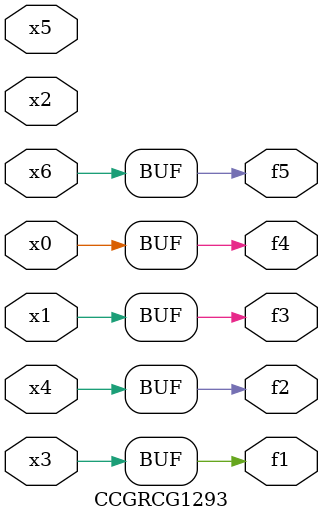
<source format=v>
module CCGRCG1293(
	input x0, x1, x2, x3, x4, x5, x6,
	output f1, f2, f3, f4, f5
);
	assign f1 = x3;
	assign f2 = x4;
	assign f3 = x1;
	assign f4 = x0;
	assign f5 = x6;
endmodule

</source>
